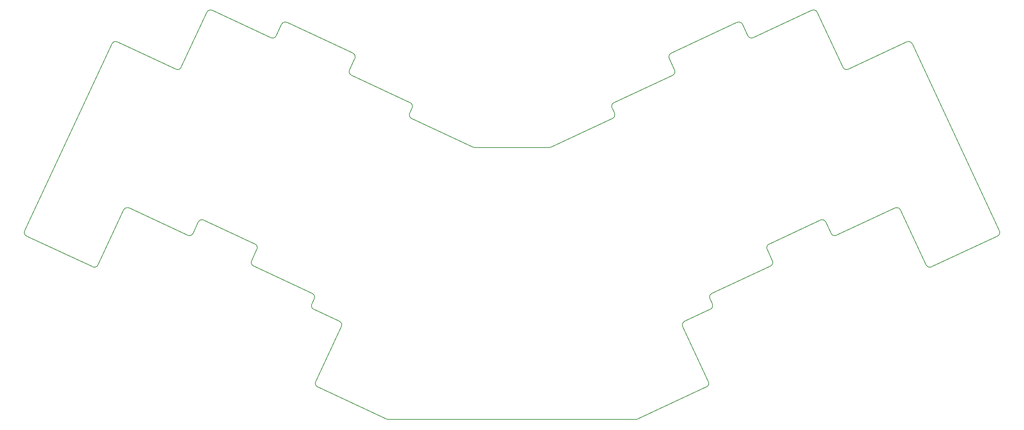
<source format=gm1>
%TF.GenerationSoftware,KiCad,Pcbnew,9.0.6*%
%TF.CreationDate,2025-12-10T21:36:36-06:00*%
%TF.ProjectId,keyboard,6b657962-6f61-4726-942e-6b696361645f,v1.0.0*%
%TF.SameCoordinates,Original*%
%TF.FileFunction,Profile,NP*%
%FSLAX46Y46*%
G04 Gerber Fmt 4.6, Leading zero omitted, Abs format (unit mm)*
G04 Created by KiCad (PCBNEW 9.0.6) date 2025-12-10 21:36:36*
%MOMM*%
%LPD*%
G01*
G04 APERTURE LIST*
%TA.AperFunction,Profile*%
%ADD10C,0.150000*%
%TD*%
G04 APERTURE END LIST*
D10*
X127709778Y-107854913D02*
X127118117Y-109123746D01*
X201955441Y-61934672D02*
G75*
G02*
X201471766Y-63263623I-906341J-422628D01*
G01*
X280371363Y-99957074D02*
G75*
G02*
X279042398Y-99473402I-422663J906274D01*
G01*
X151329502Y-61934668D02*
X151921169Y-60665840D01*
X215521966Y-48436544D02*
X216832084Y-51246095D01*
X94828657Y-50593834D02*
G75*
G02*
X93499706Y-51077576I-906357J422634D01*
G01*
X151437476Y-59336912D02*
G75*
G02*
X151921160Y-60665836I-422576J-906288D01*
G01*
X274286136Y-44315631D02*
X259785209Y-51077522D01*
X252905345Y-88380027D02*
G75*
G02*
X254234227Y-88863746I422555J-906373D01*
G01*
X207691948Y-137599524D02*
G75*
G02*
X207269335Y-137693227I-422648J906324D01*
G01*
X113551597Y-95625617D02*
X112241478Y-98435169D01*
X99050672Y-88863722D02*
G75*
G02*
X100379619Y-88379991I906328J-422578D01*
G01*
X241043461Y-98435174D02*
X239733346Y-95625617D01*
X225194566Y-128334543D02*
G75*
G02*
X224710888Y-129663498I-906266J-422657D01*
G01*
X119636826Y-39984173D02*
G75*
G02*
X120965728Y-39500527I906274J-422627D01*
G01*
X119636826Y-39984173D02*
X118326704Y-42793727D01*
X134429652Y-114739924D02*
X128090379Y-128334543D01*
X271374240Y-85395075D02*
G75*
G02*
X272703147Y-85878773I422560J-906425D01*
G01*
X256873315Y-92156971D02*
G75*
G02*
X255544364Y-91673290I-422615J906371D01*
G01*
X218855289Y-114739923D02*
G75*
G02*
X219338998Y-113411033I906211J422623D01*
G01*
X236287161Y-43277418D02*
G75*
G02*
X234958223Y-42793734I-422661J906218D01*
G01*
X232319193Y-39500487D02*
X216005653Y-47107614D01*
X226166825Y-109123745D02*
G75*
G02*
X225683161Y-110452722I-906325J-422655D01*
G01*
X127601805Y-110452669D02*
G75*
G02*
X127118151Y-109123762I422595J906269D01*
G01*
X146015609Y-137693212D02*
G75*
G02*
X145592988Y-137599535I-9J1000112D01*
G01*
X256873315Y-92156971D02*
X271374240Y-85395075D01*
X136452866Y-51246097D02*
X137762980Y-48436540D01*
X56600034Y-92349940D02*
G75*
G02*
X56116283Y-91020984I422566J906340D01*
G01*
X280371363Y-99957074D02*
X296684909Y-92349942D01*
X272703161Y-85878766D02*
X279042439Y-99473383D01*
X112725170Y-99764097D02*
G75*
G02*
X112241499Y-98435179I422630J906297D01*
G01*
X226058848Y-106525988D02*
X240559772Y-99764098D01*
X225194566Y-128334543D02*
X218855289Y-114739923D01*
X100379599Y-88380033D02*
X113067905Y-94296685D01*
X101167932Y-36999213D02*
X94828657Y-50593834D01*
X74242507Y-99473380D02*
X80581778Y-85878768D01*
X201471754Y-63263598D02*
X186265444Y-70354412D01*
X275615059Y-44799319D02*
X297168595Y-91021021D01*
X127226093Y-106525993D02*
G75*
G02*
X127709794Y-107854921I-422593J-906307D01*
G01*
X81910705Y-85395078D02*
X96411629Y-92156973D01*
X216832084Y-51246095D02*
G75*
G02*
X216348402Y-52575039I-906384J-422605D01*
G01*
X250788084Y-36515526D02*
X236287161Y-43277418D01*
X93499731Y-51077522D02*
X78998803Y-44315630D01*
X136936552Y-52575023D02*
G75*
G02*
X136452858Y-51246093I422648J906323D01*
G01*
X241043461Y-98435174D02*
G75*
G02*
X240559788Y-99764132I-906361J-422626D01*
G01*
X185842825Y-70448107D02*
X167442118Y-70448104D01*
X127601805Y-110452669D02*
X133945962Y-113410997D01*
X215521966Y-48436544D02*
G75*
G02*
X216005671Y-47107652I906434J422544D01*
G01*
X80581778Y-85878768D02*
G75*
G02*
X81910730Y-85395024I906322J-422532D01*
G01*
X101167932Y-36999213D02*
G75*
G02*
X102496873Y-36515479I906368J-422687D01*
G01*
X201363774Y-60665838D02*
G75*
G02*
X201847484Y-59336957I906426J422538D01*
G01*
X137279293Y-47107614D02*
G75*
G02*
X137763011Y-48436554I-422493J-906286D01*
G01*
X219338982Y-113410999D02*
X225683137Y-110452672D01*
X186265444Y-70354412D02*
G75*
G02*
X185842825Y-70448105I-422644J906412D01*
G01*
X74242507Y-99473380D02*
G75*
G02*
X72913593Y-99957041I-906307J422680D01*
G01*
X167442118Y-70448104D02*
G75*
G02*
X167019499Y-70354420I-18J1000004D01*
G01*
X239733346Y-95625617D02*
G75*
G02*
X240217046Y-94296717I906254J422617D01*
G01*
X216348392Y-52575018D02*
X201847462Y-59336911D01*
X116997777Y-43277418D02*
X102496851Y-36515527D01*
X254234273Y-88863724D02*
X255544385Y-91673280D01*
X56116353Y-91021017D02*
X77669881Y-44799322D01*
X113067905Y-94296685D02*
G75*
G02*
X113551607Y-95625622I-422605J-906315D01*
G01*
X250788084Y-36515526D02*
G75*
G02*
X252116992Y-36999222I422616J-906274D01*
G01*
X97740559Y-91673281D02*
G75*
G02*
X96411650Y-92156927I-906259J422581D01*
G01*
X234958231Y-42793730D02*
X233648122Y-39984179D01*
X201363774Y-60665838D02*
X201955441Y-61934672D01*
X128574064Y-129663470D02*
X145592992Y-137599527D01*
X137279293Y-47107614D02*
X120965747Y-39500486D01*
X207691948Y-137599524D02*
X224710874Y-129663468D01*
X146015609Y-137693212D02*
X207269335Y-137693218D01*
X128574064Y-129663470D02*
G75*
G02*
X128090352Y-128334531I422736J906370D01*
G01*
X118326704Y-42793727D02*
G75*
G02*
X116997802Y-43277364I-906304J422727D01*
G01*
X133945962Y-113410997D02*
G75*
G02*
X134429582Y-114739892I-422762J-906303D01*
G01*
X151813191Y-63263598D02*
G75*
G02*
X151329511Y-61934672I422609J906298D01*
G01*
X97740559Y-91673281D02*
X99050672Y-88863722D01*
X226166825Y-109123745D02*
X225575159Y-107854917D01*
X258456288Y-50593831D02*
X252117014Y-36999212D01*
X297168595Y-91021021D02*
G75*
G02*
X296684921Y-92349969I-906195J-422679D01*
G01*
X77669881Y-44799322D02*
G75*
G02*
X78998817Y-44315599I906319J-422578D01*
G01*
X112725170Y-99764097D02*
X127226093Y-106525993D01*
X274286136Y-44315631D02*
G75*
G02*
X275615022Y-44799336I422564J-906369D01*
G01*
X151437476Y-59336912D02*
X136936552Y-52575023D01*
X167019500Y-70354418D02*
X151813191Y-63263598D01*
X232319193Y-39500487D02*
G75*
G02*
X233648109Y-39984185I422607J-906313D01*
G01*
X56600034Y-92349940D02*
X72913578Y-99957073D01*
X225575159Y-107854917D02*
G75*
G02*
X226058864Y-106526021I906241J422617D01*
G01*
X240217033Y-94296690D02*
X252905345Y-88380027D01*
X259785209Y-51077522D02*
G75*
G02*
X258456288Y-50593831I-422609J906322D01*
G01*
M02*

</source>
